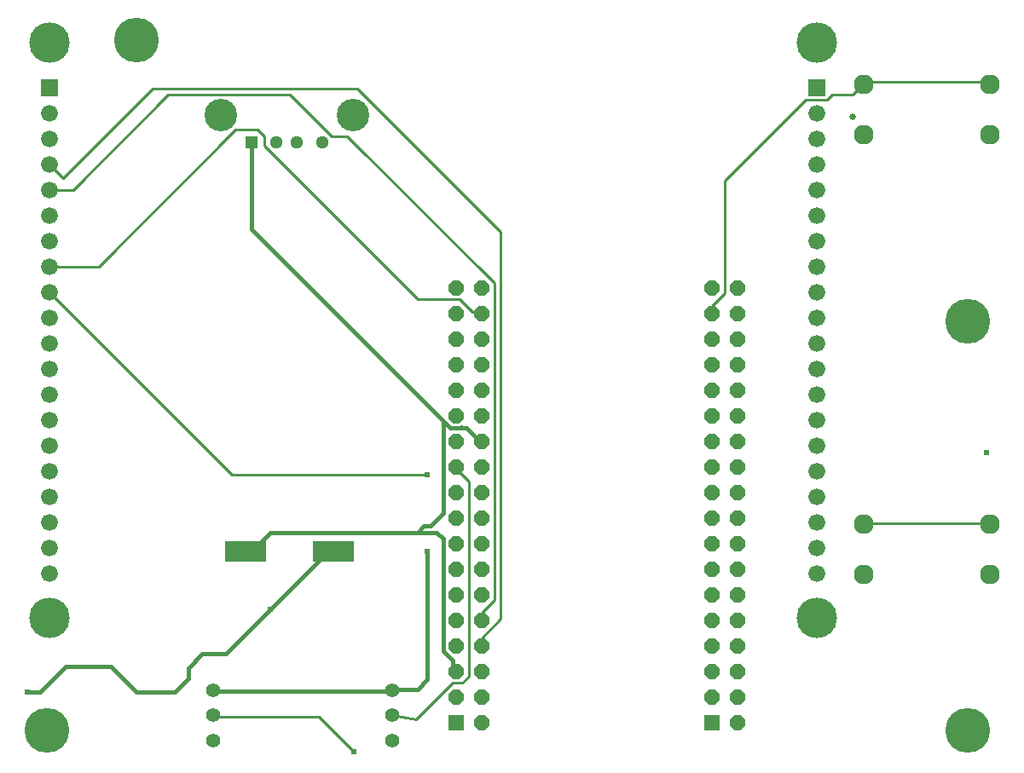
<source format=gbr>
G04 EAGLE Gerber RS-274X export*
G75*
%MOMM*%
%FSLAX34Y34*%
%LPD*%
%INBottom Copper*%
%IPPOS*%
%AMOC8*
5,1,8,0,0,1.08239X$1,22.5*%
G01*
%ADD10R,1.524000X1.524000*%
%ADD11P,1.649562X8X112.500000*%
%ADD12C,1.400000*%
%ADD13C,1.960000*%
%ADD14R,1.676400X1.676400*%
%ADD15C,1.676400*%
%ADD16C,4.016000*%
%ADD17R,1.288000X1.288000*%
%ADD18C,1.288000*%
%ADD19C,3.220000*%
%ADD20C,4.445000*%
%ADD21R,4.100000X2.000000*%
%ADD22C,0.609600*%
%ADD23C,0.381000*%
%ADD24C,0.254000*%
%ADD25C,0.654800*%


D10*
X469640Y59100D03*
D11*
X495040Y59100D03*
X469640Y84500D03*
X495040Y84500D03*
X469640Y109900D03*
X495040Y109900D03*
X469640Y135300D03*
X495040Y135300D03*
X469640Y160700D03*
X495040Y160700D03*
X469640Y186100D03*
X495040Y186100D03*
X469640Y211500D03*
X495040Y211500D03*
X469640Y236900D03*
X495040Y236900D03*
X469640Y262300D03*
X495040Y262300D03*
X469640Y287700D03*
X495040Y287700D03*
X469640Y313100D03*
X495040Y313100D03*
X469640Y338500D03*
X495040Y338500D03*
X469640Y363900D03*
X495040Y363900D03*
X469640Y389300D03*
X495040Y389300D03*
X469640Y414700D03*
X495040Y414700D03*
X469640Y440100D03*
X495040Y440100D03*
X469640Y465500D03*
X495040Y465500D03*
X469640Y490900D03*
X495040Y490900D03*
D10*
X723640Y59100D03*
D11*
X749040Y59100D03*
X723640Y84500D03*
X749040Y84500D03*
X723640Y109900D03*
X749040Y109900D03*
X723640Y135300D03*
X749040Y135300D03*
X723640Y160700D03*
X749040Y160700D03*
X723640Y186100D03*
X749040Y186100D03*
X723640Y211500D03*
X749040Y211500D03*
X723640Y236900D03*
X749040Y236900D03*
X723640Y262300D03*
X749040Y262300D03*
X723640Y287700D03*
X749040Y287700D03*
X723640Y313100D03*
X749040Y313100D03*
X723640Y338500D03*
X749040Y338500D03*
X723640Y363900D03*
X749040Y363900D03*
X723640Y389300D03*
X749040Y389300D03*
X723640Y414700D03*
X749040Y414700D03*
X723640Y440100D03*
X749040Y440100D03*
X723640Y465500D03*
X749040Y465500D03*
X723640Y490900D03*
X749040Y490900D03*
D12*
X406400Y41040D03*
X406400Y66040D03*
X406400Y91040D03*
D13*
X999760Y693020D03*
X999760Y643020D03*
X874760Y643020D03*
X874760Y693020D03*
D14*
X828040Y689610D03*
D15*
X828040Y664210D03*
X828040Y638810D03*
X828040Y613410D03*
X828040Y588010D03*
X828040Y562610D03*
X828040Y537210D03*
X828040Y511810D03*
X828040Y486410D03*
X828040Y461010D03*
X828040Y435610D03*
X828040Y410210D03*
X828040Y384810D03*
X828040Y359410D03*
X828040Y334010D03*
X828040Y308610D03*
X828040Y283210D03*
X828040Y257810D03*
X828040Y232410D03*
X828040Y207010D03*
D14*
X66040Y689610D03*
D15*
X66040Y664210D03*
X66040Y638810D03*
X66040Y613410D03*
X66040Y588010D03*
X66040Y562610D03*
X66040Y537210D03*
X66040Y511810D03*
X66040Y486410D03*
X66040Y461010D03*
X66040Y435610D03*
X66040Y410210D03*
X66040Y384810D03*
X66040Y359410D03*
X66040Y334010D03*
X66040Y308610D03*
X66040Y283210D03*
X66040Y257810D03*
X66040Y232410D03*
X66040Y207010D03*
D16*
X66040Y734060D03*
X66040Y162560D03*
X828040Y734060D03*
X828040Y162560D03*
D12*
X228600Y41040D03*
X228600Y66040D03*
X228600Y91040D03*
D17*
X266700Y635000D03*
D18*
X291700Y635000D03*
X311700Y635000D03*
X336700Y635000D03*
D19*
X236000Y662100D03*
X367400Y662100D03*
D13*
X999760Y256140D03*
X999760Y206140D03*
X874760Y206140D03*
X874760Y256140D03*
D20*
X63500Y50800D03*
X977900Y50800D03*
X977900Y457200D03*
X152400Y736600D03*
D21*
X261300Y228600D03*
X348300Y228600D03*
D22*
X44450Y88900D03*
D23*
X285750Y171450D02*
X342900Y228600D01*
X82550Y114300D02*
X57150Y88900D01*
X44450Y88900D01*
D24*
X342900Y228600D02*
X348300Y228600D01*
D23*
X127000Y114300D02*
X82550Y114300D01*
D22*
X285750Y171450D03*
D23*
X241300Y127000D01*
X217770Y127000D02*
X204135Y113365D01*
X217770Y127000D02*
X241300Y127000D01*
X190500Y88900D02*
X152400Y88900D01*
X190500Y88900D02*
X204135Y102535D01*
X204135Y113365D01*
X152400Y88900D02*
X127000Y114300D01*
D22*
X996950Y327025D03*
D24*
X723900Y466725D02*
X723900Y473075D01*
X736600Y485775D01*
X736600Y596900D01*
X863600Y682625D02*
X873125Y692150D01*
X876300Y695325D02*
X996950Y695325D01*
X999255Y693020D02*
X999760Y693020D01*
X999255Y693020D02*
X996950Y695325D01*
X874760Y693020D02*
X873890Y692150D01*
X873125Y692150D01*
X874760Y693020D02*
X874760Y693785D01*
X876300Y695325D01*
X723640Y466465D02*
X723640Y465500D01*
X723640Y466465D02*
X723900Y466725D01*
X817118Y677418D02*
X824230Y677418D01*
X838000Y677418D01*
X843207Y682625D01*
X817118Y677418D02*
X736600Y596900D01*
X843207Y682625D02*
X863600Y682625D01*
X495300Y142875D02*
X495300Y136525D01*
X495300Y142875D02*
X514350Y161925D01*
X514350Y546100D01*
X371475Y688975D01*
X168275Y688975D01*
X79375Y600075D01*
X66040Y613410D01*
X495040Y136265D02*
X495040Y135300D01*
X495040Y136265D02*
X495300Y136525D01*
X495300Y161925D02*
X495300Y168275D01*
X508000Y180975D01*
X508000Y495300D01*
X361950Y641350D01*
X346075Y641350D01*
X304800Y682625D01*
X184150Y682625D01*
X495040Y161665D02*
X495040Y160700D01*
X495040Y161665D02*
X495300Y161925D01*
X89535Y588010D02*
X66040Y588010D01*
X89535Y588010D02*
X184150Y682625D01*
X485775Y466725D02*
X492125Y466725D01*
X485775Y466725D02*
X473075Y479425D01*
X431800Y479425D01*
X279400Y631825D01*
X279400Y641350D01*
X273050Y647700D01*
X250825Y647700D01*
X493350Y465500D02*
X495040Y465500D01*
X493350Y465500D02*
X492125Y466725D01*
X114935Y511810D02*
X66040Y511810D01*
X114935Y511810D02*
X250825Y647700D01*
X247650Y304800D02*
X441325Y304800D01*
X247650Y304800D02*
X66040Y486410D01*
D22*
X441325Y304800D03*
D23*
X266700Y549275D02*
X266700Y635000D01*
X266700Y549275D02*
X457200Y358775D01*
X466725Y120650D02*
X466725Y111125D01*
X466725Y120650D02*
X457200Y130175D01*
X457200Y266700D02*
X457200Y358775D01*
X457200Y241300D02*
X457200Y130175D01*
D24*
X467950Y109900D02*
X469640Y109900D01*
D23*
X467950Y109900D02*
X466725Y111125D01*
D24*
X493350Y338500D02*
X495040Y338500D01*
D23*
X285750Y247650D02*
X266700Y228600D01*
X431800Y247650D02*
X450850Y247650D01*
X431800Y247650D02*
X285750Y247650D01*
D24*
X266700Y228600D02*
X261300Y228600D01*
D23*
X450850Y247650D02*
X457200Y241300D01*
X444500Y254000D02*
X457200Y266700D01*
X438150Y254000D02*
X431800Y247650D01*
X438150Y254000D02*
X444500Y254000D01*
X474638Y351835D02*
X475228Y352425D01*
X464140Y351835D02*
X457200Y358775D01*
X464140Y351835D02*
X474638Y351835D01*
X480015Y351835D01*
X493350Y338500D01*
D22*
X441325Y228600D03*
D23*
X441325Y101600D01*
X228600Y91040D02*
X228600Y90488D01*
X403143Y90488D02*
X406400Y91040D01*
X403143Y90488D02*
X228600Y90488D01*
D24*
X406400Y91040D02*
X411245Y92075D01*
D23*
X431800Y92075D01*
X441325Y101600D01*
D24*
X333375Y65088D02*
X228600Y65088D01*
X333375Y65088D02*
X368300Y30163D01*
X228600Y65088D02*
X228600Y66040D01*
D22*
X368300Y30163D03*
D24*
X466725Y98425D02*
X476250Y98425D01*
X482600Y104775D01*
X482600Y298450D01*
X469900Y311150D01*
X469900Y312840D02*
X469640Y313100D01*
X469900Y312840D02*
X469900Y311150D01*
X430530Y62230D02*
X406400Y66040D01*
X430530Y62230D02*
X466725Y98425D01*
X874760Y256140D02*
X875795Y257175D01*
X996950Y257175D01*
X997985Y256140D02*
X999760Y256140D01*
X997985Y256140D02*
X996950Y257175D01*
D25*
X863600Y660400D03*
M02*

</source>
